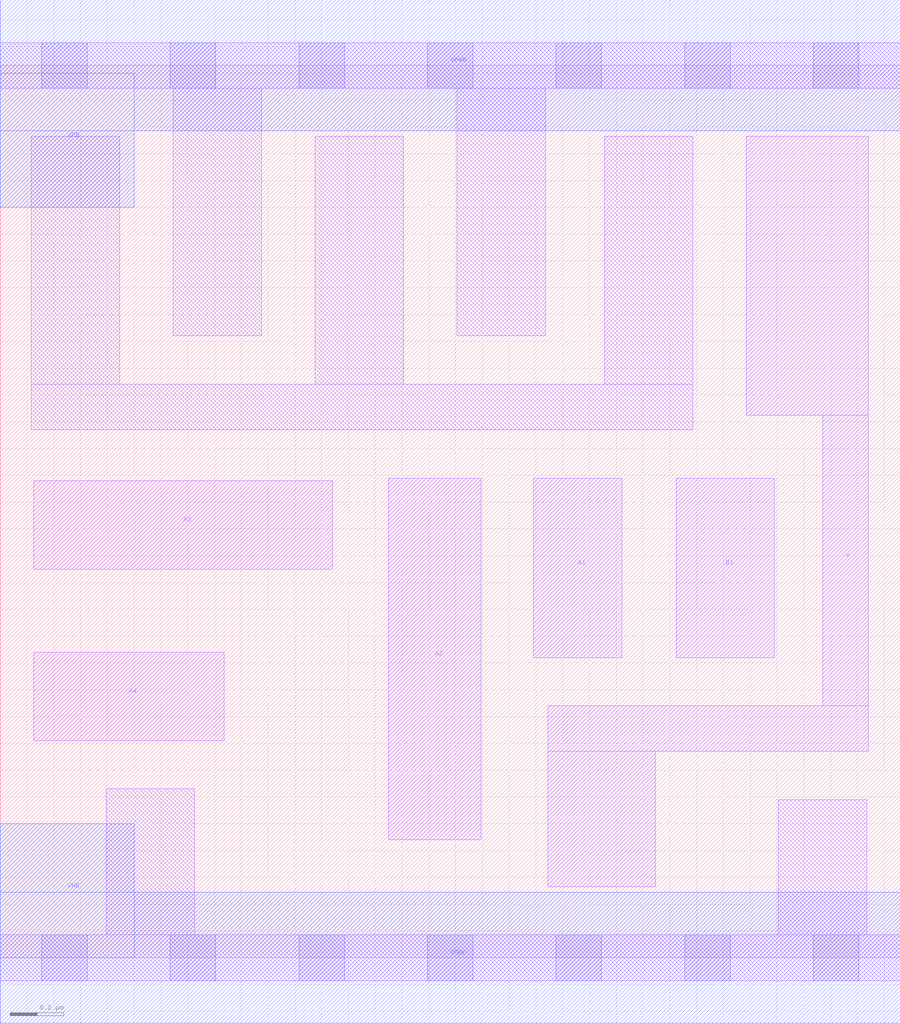
<source format=lef>
# Copyright 2020 The SkyWater PDK Authors
#
# Licensed under the Apache License, Version 2.0 (the "License");
# you may not use this file except in compliance with the License.
# You may obtain a copy of the License at
#
#     https://www.apache.org/licenses/LICENSE-2.0
#
# Unless required by applicable law or agreed to in writing, software
# distributed under the License is distributed on an "AS IS" BASIS,
# WITHOUT WARRANTIES OR CONDITIONS OF ANY KIND, either express or implied.
# See the License for the specific language governing permissions and
# limitations under the License.
#
# SPDX-License-Identifier: Apache-2.0

VERSION 5.5 ;
NAMESCASESENSITIVE ON ;
BUSBITCHARS "[]" ;
DIVIDERCHAR "/" ;
MACRO sky130_fd_sc_lp__a41oi_lp
  CLASS CORE ;
  SOURCE USER ;
  ORIGIN  0.000000  0.000000 ;
  SIZE  3.360000 BY  3.330000 ;
  SYMMETRY X Y R90 ;
  SITE unit ;
  PIN A1
    ANTENNAGATEAREA  0.313000 ;
    DIRECTION INPUT ;
    USE SIGNAL ;
    PORT
      LAYER li1 ;
        RECT 1.990000 1.120000 2.320000 1.790000 ;
    END
  END A1
  PIN A2
    ANTENNAGATEAREA  0.313000 ;
    DIRECTION INPUT ;
    USE SIGNAL ;
    PORT
      LAYER li1 ;
        RECT 1.450000 0.440000 1.795000 1.790000 ;
    END
  END A2
  PIN A3
    ANTENNAGATEAREA  0.313000 ;
    DIRECTION INPUT ;
    USE SIGNAL ;
    PORT
      LAYER li1 ;
        RECT 0.125000 1.450000 1.240000 1.780000 ;
    END
  END A3
  PIN A4
    ANTENNAGATEAREA  0.313000 ;
    DIRECTION INPUT ;
    USE SIGNAL ;
    PORT
      LAYER li1 ;
        RECT 0.125000 0.810000 0.835000 1.140000 ;
    END
  END A4
  PIN B1
    ANTENNAGATEAREA  0.376000 ;
    DIRECTION INPUT ;
    USE SIGNAL ;
    PORT
      LAYER li1 ;
        RECT 2.525000 1.120000 2.890000 1.790000 ;
    END
  END B1
  PIN Y
    ANTENNADIFFAREA  0.402600 ;
    DIRECTION OUTPUT ;
    USE SIGNAL ;
    PORT
      LAYER li1 ;
        RECT 2.045000 0.265000 2.445000 0.770000 ;
        RECT 2.045000 0.770000 3.240000 0.940000 ;
        RECT 2.785000 2.025000 3.240000 3.065000 ;
        RECT 3.070000 0.940000 3.240000 2.025000 ;
    END
  END Y
  PIN VGND
    DIRECTION INOUT ;
    USE GROUND ;
    PORT
      LAYER met1 ;
        RECT 0.000000 -0.245000 3.360000 0.245000 ;
    END
  END VGND
  PIN VNB
    DIRECTION INOUT ;
    USE GROUND ;
    PORT
    END
  END VNB
  PIN VPB
    DIRECTION INOUT ;
    USE POWER ;
    PORT
    END
  END VPB
  PIN VNB
    DIRECTION INOUT ;
    USE GROUND ;
    PORT
      LAYER met1 ;
        RECT 0.000000 0.000000 0.500000 0.500000 ;
    END
  END VNB
  PIN VPB
    DIRECTION INOUT ;
    USE POWER ;
    PORT
      LAYER met1 ;
        RECT 0.000000 2.800000 0.500000 3.300000 ;
    END
  END VPB
  PIN VPWR
    DIRECTION INOUT ;
    USE POWER ;
    PORT
      LAYER met1 ;
        RECT 0.000000 3.085000 3.360000 3.575000 ;
    END
  END VPWR
  OBS
    LAYER li1 ;
      RECT 0.000000 -0.085000 3.360000 0.085000 ;
      RECT 0.000000  3.245000 3.360000 3.415000 ;
      RECT 0.115000  1.970000 2.585000 2.140000 ;
      RECT 0.115000  2.140000 0.445000 3.065000 ;
      RECT 0.395000  0.085000 0.725000 0.630000 ;
      RECT 0.645000  2.320000 0.975000 3.245000 ;
      RECT 1.175000  2.140000 1.505000 3.065000 ;
      RECT 1.705000  2.320000 2.035000 3.245000 ;
      RECT 2.255000  2.140000 2.585000 3.065000 ;
      RECT 2.905000  0.085000 3.235000 0.590000 ;
    LAYER mcon ;
      RECT 0.155000 -0.085000 0.325000 0.085000 ;
      RECT 0.155000  3.245000 0.325000 3.415000 ;
      RECT 0.635000 -0.085000 0.805000 0.085000 ;
      RECT 0.635000  3.245000 0.805000 3.415000 ;
      RECT 1.115000 -0.085000 1.285000 0.085000 ;
      RECT 1.115000  3.245000 1.285000 3.415000 ;
      RECT 1.595000 -0.085000 1.765000 0.085000 ;
      RECT 1.595000  3.245000 1.765000 3.415000 ;
      RECT 2.075000 -0.085000 2.245000 0.085000 ;
      RECT 2.075000  3.245000 2.245000 3.415000 ;
      RECT 2.555000 -0.085000 2.725000 0.085000 ;
      RECT 2.555000  3.245000 2.725000 3.415000 ;
      RECT 3.035000 -0.085000 3.205000 0.085000 ;
      RECT 3.035000  3.245000 3.205000 3.415000 ;
  END
END sky130_fd_sc_lp__a41oi_lp
END LIBRARY

</source>
